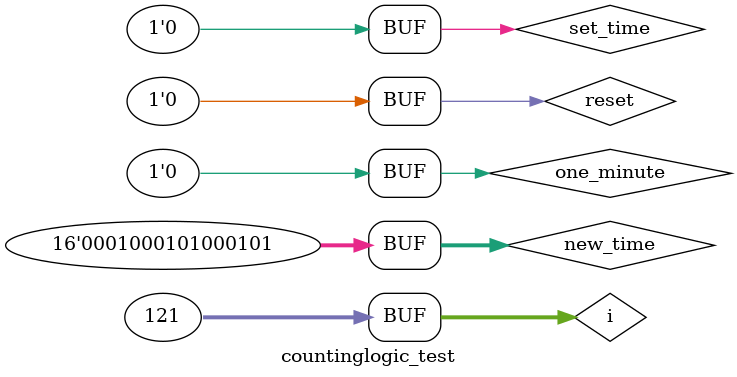
<source format=v>

module countinglogic_test();
reg one_sec;
reg one_minute;
reg reset;
wire[15:0] disp;
reg[15:0] new_time;
reg set_time;
countinglogic count(one_minute, reset, new_time, new_time, disp);
  integer i;
initial begin

//first count 24 hours and one minute
  for( i = 0; i < 1441; i = i + 1) begin
    #1 one_minute = 1;
    #1 one_minute = 0;  
  end
//then set some time to 11:45
  new_time = {4'h1, 4'h1, 4'h4, 4'h5};
//need to pulse set_time in order to accept to the new time
  #1 set_time = 1;
  #1 set_time = 0;
  //now count about 2 hours and 1 min
  for( i = 0; i < 121; i = i + 1) begin
    #1 one_minute = 1;
    #1 one_minute = 0;  
  end
  //now reset clock
  #1 reset = 1;
  #1 reset = 0;
  //now count another 2 hrs 1 minute
  for( i = 0; i < 121; i = i + 1) begin
    #1 one_minute = 1;
    #1 one_minute = 0;  
  end
  
end

initial begin
  $monitor($time, "disp = %d %d %d %d", disp[15:12], disp[11:8], disp[7:4], disp[3:0]);
end
endmodule

</source>
